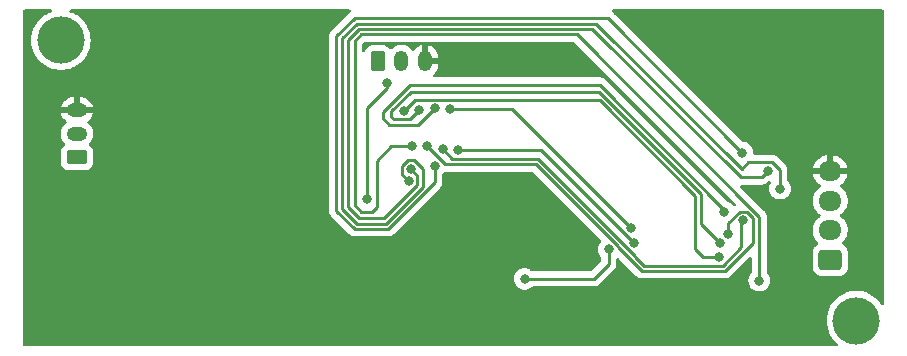
<source format=gbr>
%TF.GenerationSoftware,KiCad,Pcbnew,(6.0.7)*%
%TF.CreationDate,2023-02-23T17:40:15+01:00*%
%TF.ProjectId,freqcount,66726571-636f-4756-9e74-2e6b69636164,rev?*%
%TF.SameCoordinates,PX640f3c0PY67de938*%
%TF.FileFunction,Copper,L2,Bot*%
%TF.FilePolarity,Positive*%
%FSLAX46Y46*%
G04 Gerber Fmt 4.6, Leading zero omitted, Abs format (unit mm)*
G04 Created by KiCad (PCBNEW (6.0.7)) date 2023-02-23 17:40:15*
%MOMM*%
%LPD*%
G01*
G04 APERTURE LIST*
G04 Aperture macros list*
%AMRoundRect*
0 Rectangle with rounded corners*
0 $1 Rounding radius*
0 $2 $3 $4 $5 $6 $7 $8 $9 X,Y pos of 4 corners*
0 Add a 4 corners polygon primitive as box body*
4,1,4,$2,$3,$4,$5,$6,$7,$8,$9,$2,$3,0*
0 Add four circle primitives for the rounded corners*
1,1,$1+$1,$2,$3*
1,1,$1+$1,$4,$5*
1,1,$1+$1,$6,$7*
1,1,$1+$1,$8,$9*
0 Add four rect primitives between the rounded corners*
20,1,$1+$1,$2,$3,$4,$5,0*
20,1,$1+$1,$4,$5,$6,$7,0*
20,1,$1+$1,$6,$7,$8,$9,0*
20,1,$1+$1,$8,$9,$2,$3,0*%
G04 Aperture macros list end*
%TA.AperFunction,ComponentPad*%
%ADD10RoundRect,0.250000X0.725000X-0.600000X0.725000X0.600000X-0.725000X0.600000X-0.725000X-0.600000X0*%
%TD*%
%TA.AperFunction,ComponentPad*%
%ADD11O,1.950000X1.700000*%
%TD*%
%TA.AperFunction,ComponentPad*%
%ADD12RoundRect,0.250000X-0.350000X-0.625000X0.350000X-0.625000X0.350000X0.625000X-0.350000X0.625000X0*%
%TD*%
%TA.AperFunction,ComponentPad*%
%ADD13O,1.200000X1.750000*%
%TD*%
%TA.AperFunction,ComponentPad*%
%ADD14O,1.750000X1.200000*%
%TD*%
%TA.AperFunction,ComponentPad*%
%ADD15RoundRect,0.250000X0.625000X-0.350000X0.625000X0.350000X-0.625000X0.350000X-0.625000X-0.350000X0*%
%TD*%
%TA.AperFunction,ViaPad*%
%ADD16C,4.000000*%
%TD*%
%TA.AperFunction,ViaPad*%
%ADD17C,0.800000*%
%TD*%
%TA.AperFunction,Conductor*%
%ADD18C,0.250000*%
%TD*%
G04 APERTURE END LIST*
D10*
%TO.P,J3,1,Pin_1*%
%TO.N,+5V*%
X68840000Y7820000D03*
D11*
%TO.P,J3,2,Pin_2*%
%TO.N,Net-(U5-Pad30)*%
X68840000Y10320000D03*
%TO.P,J3,3,Pin_3*%
%TO.N,Net-(U5-Pad31)*%
X68840000Y12820000D03*
%TO.P,J3,4,Pin_4*%
%TO.N,GND*%
X68840000Y15320000D03*
%TD*%
D12*
%TO.P,J2,1,Pin_1*%
%TO.N,+5V*%
X30540000Y24630000D03*
D13*
%TO.P,J2,2,Pin_2*%
%TO.N,Net-(J2-Pad2)*%
X32540000Y24630000D03*
%TO.P,J2,3,Pin_3*%
%TO.N,GND*%
X34540000Y24630000D03*
%TD*%
D14*
%TO.P,J1,3,Pin_3*%
%TO.N,GND*%
X5070000Y20480000D03*
%TO.P,J1,2,Pin_2*%
%TO.N,Net-(J1-Pad2)*%
X5070000Y18480000D03*
D15*
%TO.P,J1,1,Pin_1*%
%TO.N,+5V*%
X5070000Y16480000D03*
%TD*%
D16*
%TO.N,*%
X3710000Y26390000D03*
X71060000Y2660000D03*
D17*
%TO.N,GND*%
X13790000Y15050000D03*
X59370000Y4730000D03*
X47120000Y10510000D03*
X38760000Y12970000D03*
X20750000Y8080000D03*
X27600000Y8290000D03*
X26950000Y4860000D03*
X19280000Y2420000D03*
X13000000Y10610000D03*
X12480000Y2510000D03*
X4990000Y2340000D03*
X5710000Y10920000D03*
%TO.N,Net-(U6-Pad17)*%
X59520000Y9210000D03*
%TO.N,Net-(U6-Pad16)*%
X60220000Y10030000D03*
%TO.N,Net-(U6-Pad15)*%
X59894500Y11840000D03*
%TO.N,Net-(U6-Pad14)*%
X61484101Y11154101D03*
%TO.N,Net-(U6-Pad12)*%
X52260000Y9230000D03*
%TO.N,Net-(U6-Pad13)*%
X52000000Y10460000D03*
%TO.N,GBL*%
X61410000Y16890000D03*
%TO.N,GAU*%
X63590000Y15360000D03*
%TO.N,GAL*%
X64595000Y13825000D03*
%TO.N,Net-(U6-Pad19)*%
X59450000Y8040000D03*
%TO.N,Net-(U6-Pad18)*%
X62830000Y6040000D03*
%TO.N,GAU*%
X33354282Y15458404D03*
%TO.N,GBL*%
X35385451Y15739951D03*
%TO.N,GAL*%
X33150000Y14480000D03*
%TO.N,Net-(U6-Pad12)*%
X37330000Y17080000D03*
%TO.N,Net-(U6-Pad13)*%
X36640000Y20580000D03*
%TO.N,Net-(U6-Pad14)*%
X36030000Y17160000D03*
%TO.N,Net-(U6-Pad15)*%
X35350000Y20630000D03*
%TO.N,Net-(U6-Pad16)*%
X34740000Y17410000D03*
%TO.N,Net-(U6-Pad17)*%
X34070000Y20510000D03*
%TO.N,Net-(U6-Pad18)*%
X33410000Y17410000D03*
%TO.N,Net-(U6-Pad19)*%
X32760000Y20420000D03*
%TO.N,Net-(U7-Pad2)*%
X50090000Y8700000D03*
X42970000Y6200000D03*
%TO.N,Net-(J2-Pad2)*%
X31350000Y22790000D03*
X29660000Y12990000D03*
%TD*%
D18*
%TO.N,Net-(U7-Pad2)*%
X48860000Y6200000D02*
X50090000Y7430000D01*
X50090000Y7430000D02*
X50090000Y8700000D01*
X42970000Y6200000D02*
X48860000Y6200000D01*
%TO.N,GBL*%
X28570812Y28260000D02*
X50040000Y28260000D01*
X28587208Y10420000D02*
X27040000Y11967208D01*
X31432792Y10420000D02*
X28587208Y10420000D01*
X50040000Y28260000D02*
X61410000Y16890000D01*
X35385451Y15739951D02*
X35385451Y14372659D01*
X35385451Y14372659D02*
X31432792Y10420000D01*
X27040000Y11967208D02*
X27040000Y26729188D01*
X27040000Y26729188D02*
X28570812Y28260000D01*
%TO.N,GAL*%
X64595000Y15380305D02*
X64595000Y13825000D01*
X61905000Y16085000D02*
X63890305Y16085000D01*
X61340000Y15520000D02*
X61905000Y16085000D01*
X49050000Y27810000D02*
X61340000Y15520000D01*
X28757208Y27810000D02*
X49050000Y27810000D01*
X27520000Y26572792D02*
X28757208Y27810000D01*
X27520000Y12123604D02*
X27520000Y26572792D01*
X28773604Y10870000D02*
X27520000Y12123604D01*
X31246396Y10870000D02*
X28773604Y10870000D01*
X34370000Y13993604D02*
X31246396Y10870000D01*
X63890305Y16085000D02*
X64595000Y15380305D01*
X34370000Y15467991D02*
X34370000Y13993604D01*
X33090573Y16220000D02*
X33617991Y16220000D01*
X32629282Y15758709D02*
X33090573Y16220000D01*
X33617991Y16220000D02*
X34370000Y15467991D01*
X32629282Y15000718D02*
X32629282Y15758709D01*
X33150000Y14480000D02*
X32629282Y15000718D01*
%TO.N,GAU*%
X61270000Y14800000D02*
X63030000Y14800000D01*
X48710000Y27360000D02*
X61270000Y14800000D01*
X28943604Y27360000D02*
X48710000Y27360000D01*
X63030000Y14800000D02*
X63590000Y15360000D01*
X28020000Y26436396D02*
X28943604Y27360000D01*
X28020000Y12260000D02*
X28020000Y26436396D01*
X31060000Y11320000D02*
X28960000Y11320000D01*
X28960000Y11320000D02*
X28020000Y12260000D01*
X33354282Y15458404D02*
X33875000Y14937686D01*
X33875000Y14937686D02*
X33875000Y14135000D01*
X33875000Y14135000D02*
X31060000Y11320000D01*
%TO.N,Net-(U6-Pad18)*%
X62830000Y11469903D02*
X62830000Y6040000D01*
X47389903Y26910000D02*
X62830000Y11469903D01*
X29130000Y26910000D02*
X47389903Y26910000D01*
X28580000Y26360000D02*
X29130000Y26910000D01*
X28580000Y12410000D02*
X28580000Y26360000D01*
X29160000Y11830000D02*
X28580000Y12410000D01*
X30050000Y11830000D02*
X29160000Y11830000D01*
X30460000Y12240000D02*
X30050000Y11830000D01*
X30460000Y16200000D02*
X30460000Y12240000D01*
X31670000Y17410000D02*
X30460000Y16200000D01*
X33410000Y17410000D02*
X31670000Y17410000D01*
%TO.N,Net-(U6-Pad16)*%
X36260000Y15890000D02*
X34740000Y17410000D01*
X43925305Y15890000D02*
X36260000Y15890000D01*
X50850000Y8965305D02*
X43925305Y15890000D01*
X50850000Y8900000D02*
X50850000Y8965305D01*
X59936701Y6865000D02*
X52885000Y6865000D01*
X62280000Y9208299D02*
X59936701Y6865000D01*
X61784406Y11879101D02*
X62280000Y11383507D01*
X60220000Y10915305D02*
X61183796Y11879101D01*
X62280000Y11383507D02*
X62280000Y9208299D01*
X52885000Y6865000D02*
X50850000Y8900000D01*
X61183796Y11879101D02*
X61784406Y11879101D01*
X60220000Y10030000D02*
X60220000Y10915305D01*
%TO.N,Net-(U6-Pad14)*%
X36850000Y16340000D02*
X36030000Y17160000D01*
X44124695Y16340000D02*
X36850000Y16340000D01*
X52310000Y8080000D02*
X52310000Y8154695D01*
X53075000Y7315000D02*
X52310000Y8080000D01*
X59750305Y7315000D02*
X53075000Y7315000D01*
X61300000Y8864695D02*
X59750305Y7315000D01*
X61484101Y11154101D02*
X61300000Y10970000D01*
X52310000Y8154695D02*
X44124695Y16340000D01*
X61300000Y10970000D02*
X61300000Y8864695D01*
%TO.N,Net-(U6-Pad15)*%
X33965000Y19245000D02*
X35350000Y20630000D01*
X31515000Y19245000D02*
X33965000Y19245000D01*
X30960000Y19800000D02*
X31515000Y19245000D01*
X30960000Y20281701D02*
X30960000Y19800000D01*
X59894500Y12058292D02*
X49332792Y22620000D01*
X49332792Y22620000D02*
X33298299Y22620000D01*
X59894500Y11840000D02*
X59894500Y12058292D01*
X33298299Y22620000D02*
X30960000Y20281701D01*
%TO.N,Net-(U6-Pad12)*%
X44354695Y17080000D02*
X37330000Y17080000D01*
X52260000Y9230000D02*
X52204695Y9230000D01*
X52204695Y9230000D02*
X44354695Y17080000D01*
%TO.N,Net-(J2-Pad2)*%
X29660000Y20630000D02*
X29660000Y12990000D01*
X31350000Y22320000D02*
X29660000Y20630000D01*
X31350000Y22790000D02*
X31350000Y22320000D01*
%TO.N,Net-(U6-Pad13)*%
X41880000Y20580000D02*
X52000000Y10460000D01*
X36640000Y20580000D02*
X41880000Y20580000D01*
%TO.N,Net-(U6-Pad17)*%
X57930000Y10800000D02*
X59520000Y9210000D01*
X57930000Y13386396D02*
X57930000Y10800000D01*
X33364695Y22050000D02*
X49266396Y22050000D01*
X31690000Y20375305D02*
X33364695Y22050000D01*
X49266396Y22050000D02*
X57930000Y13386396D01*
X31690000Y19900000D02*
X31690000Y20375305D01*
X31895000Y19695000D02*
X31690000Y19900000D01*
X33255000Y19695000D02*
X31895000Y19695000D01*
X34070000Y20510000D02*
X33255000Y19695000D01*
%TO.N,Net-(U6-Pad19)*%
X58110000Y8040000D02*
X59450000Y8040000D01*
X57440000Y13240000D02*
X57440000Y8710000D01*
X49325000Y21355000D02*
X57440000Y13240000D01*
X33695000Y21355000D02*
X49325000Y21355000D01*
X57440000Y8710000D02*
X58110000Y8040000D01*
X32760000Y20420000D02*
X33695000Y21355000D01*
%TD*%
%TA.AperFunction,Conductor*%
%TO.N,GND*%
G36*
X2924487Y28991498D02*
G01*
X2970980Y28937842D01*
X2981084Y28867568D01*
X2951590Y28802988D01*
X2902751Y28768348D01*
X2821389Y28736135D01*
X2643495Y28665702D01*
X2643490Y28665700D01*
X2639821Y28664247D01*
X2636353Y28662341D01*
X2636352Y28662340D01*
X2629364Y28658498D01*
X2363221Y28512184D01*
X2107860Y28326654D01*
X1877767Y28110582D01*
X1676568Y27867375D01*
X1507438Y27600869D01*
X1505754Y27597290D01*
X1505750Y27597283D01*
X1374733Y27318856D01*
X1373044Y27315266D01*
X1275505Y27015072D01*
X1216359Y26705020D01*
X1196540Y26390000D01*
X1216359Y26074980D01*
X1275505Y25764928D01*
X1276732Y25761152D01*
X1334303Y25583968D01*
X1373044Y25464734D01*
X1374731Y25461148D01*
X1374733Y25461144D01*
X1505750Y25182717D01*
X1505754Y25182710D01*
X1507438Y25179131D01*
X1676568Y24912625D01*
X1877767Y24669418D01*
X2107860Y24453346D01*
X2363221Y24267816D01*
X2366690Y24265909D01*
X2366693Y24265907D01*
X2636352Y24117660D01*
X2639821Y24115753D01*
X2643490Y24114300D01*
X2643495Y24114298D01*
X2929628Y24001010D01*
X2933298Y23999557D01*
X3239025Y23921060D01*
X3552179Y23881500D01*
X3867821Y23881500D01*
X4180975Y23921060D01*
X4486702Y23999557D01*
X4490372Y24001010D01*
X4776505Y24114298D01*
X4776510Y24114300D01*
X4780179Y24115753D01*
X4783648Y24117660D01*
X5053307Y24265907D01*
X5053310Y24265909D01*
X5056779Y24267816D01*
X5312140Y24453346D01*
X5542233Y24669418D01*
X5743432Y24912625D01*
X5912562Y25179131D01*
X5914246Y25182710D01*
X5914250Y25182717D01*
X6045267Y25461144D01*
X6045269Y25461148D01*
X6046956Y25464734D01*
X6085698Y25583968D01*
X6143268Y25761152D01*
X6144495Y25764928D01*
X6203641Y26074980D01*
X6223460Y26390000D01*
X6203641Y26705020D01*
X6144495Y27015072D01*
X6046956Y27315266D01*
X6045267Y27318856D01*
X5914250Y27597283D01*
X5914246Y27597290D01*
X5912562Y27600869D01*
X5743432Y27867375D01*
X5542233Y28110582D01*
X5312140Y28326654D01*
X5056779Y28512184D01*
X4790637Y28658498D01*
X4783648Y28662340D01*
X4783647Y28662341D01*
X4780179Y28664247D01*
X4776510Y28665700D01*
X4776505Y28665702D01*
X4598611Y28736135D01*
X4517250Y28768348D01*
X4461276Y28812023D01*
X4437800Y28879025D01*
X4454276Y28948084D01*
X4505471Y28997273D01*
X4563634Y29011500D01*
X28136455Y29011500D01*
X28204576Y28991498D01*
X28251069Y28937842D01*
X28261173Y28867568D01*
X28231679Y28802988D01*
X28200597Y28777048D01*
X28179450Y28764542D01*
X28165129Y28750221D01*
X28150096Y28737381D01*
X28133705Y28725472D01*
X28125029Y28714984D01*
X28105514Y28691395D01*
X28097524Y28682616D01*
X26647747Y27232840D01*
X26639461Y27225300D01*
X26632982Y27221188D01*
X26627557Y27215411D01*
X26586357Y27171537D01*
X26583602Y27168695D01*
X26563865Y27148958D01*
X26561385Y27145761D01*
X26553682Y27136741D01*
X26523414Y27104509D01*
X26519595Y27097563D01*
X26519593Y27097560D01*
X26513652Y27086754D01*
X26502801Y27070235D01*
X26490386Y27054229D01*
X26487241Y27046960D01*
X26487238Y27046956D01*
X26472826Y27013651D01*
X26467609Y27003001D01*
X26446305Y26964248D01*
X26444334Y26956573D01*
X26444334Y26956572D01*
X26441267Y26944626D01*
X26434863Y26925922D01*
X26426819Y26907333D01*
X26425580Y26899510D01*
X26425577Y26899500D01*
X26419901Y26863664D01*
X26417495Y26852044D01*
X26406500Y26809218D01*
X26406500Y26788964D01*
X26404949Y26769254D01*
X26401780Y26749245D01*
X26402526Y26741353D01*
X26405941Y26705227D01*
X26406500Y26693369D01*
X26406500Y12045975D01*
X26405973Y12034792D01*
X26404298Y12027299D01*
X26404547Y12019373D01*
X26404547Y12019372D01*
X26406438Y11959222D01*
X26406500Y11955263D01*
X26406500Y11927352D01*
X26406997Y11923418D01*
X26406997Y11923417D01*
X26407005Y11923352D01*
X26407938Y11911515D01*
X26409327Y11867319D01*
X26413069Y11854440D01*
X26414978Y11847869D01*
X26418987Y11828508D01*
X26421526Y11808411D01*
X26424445Y11801040D01*
X26424445Y11801038D01*
X26437804Y11767296D01*
X26441649Y11756066D01*
X26453982Y11713615D01*
X26458015Y11706796D01*
X26458017Y11706791D01*
X26464293Y11696180D01*
X26472988Y11678432D01*
X26480448Y11659591D01*
X26485110Y11653175D01*
X26485110Y11653174D01*
X26506436Y11623821D01*
X26512952Y11613901D01*
X26521901Y11598770D01*
X26535458Y11575846D01*
X26549779Y11561525D01*
X26562619Y11546492D01*
X26574528Y11530101D01*
X26597240Y11511312D01*
X26608605Y11501910D01*
X26617384Y11493920D01*
X28083551Y10027753D01*
X28091095Y10019463D01*
X28095208Y10012982D01*
X28100985Y10007557D01*
X28144875Y9966342D01*
X28147717Y9963587D01*
X28167439Y9943865D01*
X28170563Y9941442D01*
X28170567Y9941438D01*
X28170632Y9941388D01*
X28179653Y9933683D01*
X28211887Y9903414D01*
X28218835Y9899595D01*
X28218837Y9899593D01*
X28229640Y9893654D01*
X28246167Y9882798D01*
X28255906Y9875243D01*
X28255908Y9875242D01*
X28262168Y9870386D01*
X28302748Y9852826D01*
X28313396Y9847609D01*
X28338184Y9833982D01*
X28352148Y9826305D01*
X28359824Y9824334D01*
X28359827Y9824333D01*
X28371770Y9821267D01*
X28390475Y9814863D01*
X28409063Y9806819D01*
X28416886Y9805580D01*
X28416896Y9805577D01*
X28452732Y9799901D01*
X28464352Y9797495D01*
X28496167Y9789327D01*
X28507178Y9786500D01*
X28527432Y9786500D01*
X28547142Y9784949D01*
X28567151Y9781780D01*
X28575043Y9782526D01*
X28593788Y9784298D01*
X28611170Y9785941D01*
X28623027Y9786500D01*
X31354025Y9786500D01*
X31365208Y9785973D01*
X31372701Y9784298D01*
X31380627Y9784547D01*
X31380628Y9784547D01*
X31440778Y9786438D01*
X31444737Y9786500D01*
X31472648Y9786500D01*
X31476583Y9786997D01*
X31476648Y9787005D01*
X31488485Y9787938D01*
X31520743Y9788952D01*
X31524762Y9789078D01*
X31532681Y9789327D01*
X31552135Y9794979D01*
X31571492Y9798987D01*
X31583722Y9800532D01*
X31583723Y9800532D01*
X31591589Y9801526D01*
X31598960Y9804445D01*
X31598962Y9804445D01*
X31632704Y9817804D01*
X31643934Y9821649D01*
X31678775Y9831771D01*
X31678776Y9831771D01*
X31686385Y9833982D01*
X31693204Y9838015D01*
X31693209Y9838017D01*
X31703820Y9844293D01*
X31721568Y9852988D01*
X31740409Y9860448D01*
X31776179Y9886436D01*
X31786099Y9892952D01*
X31817327Y9911420D01*
X31817330Y9911422D01*
X31824154Y9915458D01*
X31838475Y9929779D01*
X31853509Y9942620D01*
X31855223Y9943865D01*
X31869899Y9954528D01*
X31898090Y9988605D01*
X31906080Y9997384D01*
X35777704Y13869007D01*
X35785990Y13876547D01*
X35792469Y13880659D01*
X35839095Y13930311D01*
X35841849Y13933152D01*
X35861586Y13952889D01*
X35864066Y13956086D01*
X35871771Y13965108D01*
X35896610Y13991559D01*
X35902037Y13997338D01*
X35905856Y14004284D01*
X35905858Y14004287D01*
X35911799Y14015093D01*
X35922650Y14031612D01*
X35930209Y14041358D01*
X35935065Y14047618D01*
X35938210Y14054887D01*
X35938213Y14054891D01*
X35952625Y14088196D01*
X35957842Y14098846D01*
X35979146Y14137599D01*
X35984184Y14157222D01*
X35990588Y14175925D01*
X35995484Y14187239D01*
X35995484Y14187240D01*
X35998632Y14194514D01*
X35999871Y14202337D01*
X35999874Y14202347D01*
X36005550Y14238183D01*
X36007956Y14249803D01*
X36016979Y14284948D01*
X36016979Y14284949D01*
X36018951Y14292629D01*
X36018951Y14312883D01*
X36020502Y14332594D01*
X36022431Y14344773D01*
X36023671Y14352602D01*
X36019510Y14396621D01*
X36018951Y14408478D01*
X36018951Y15037427D01*
X36038953Y15105548D01*
X36051309Y15121730D01*
X36124491Y15203007D01*
X36124491Y15203008D01*
X36124556Y15202949D01*
X36178593Y15244618D01*
X36228265Y15253141D01*
X36232114Y15253020D01*
X36239943Y15251780D01*
X36247835Y15252526D01*
X36283961Y15255941D01*
X36295819Y15256500D01*
X43610711Y15256500D01*
X43678832Y15236498D01*
X43699806Y15219595D01*
X49423474Y9495927D01*
X49457500Y9433615D01*
X49452435Y9362800D01*
X49428017Y9322525D01*
X49350960Y9236944D01*
X49307606Y9161852D01*
X49277138Y9109080D01*
X49255473Y9071556D01*
X49196458Y8889928D01*
X49195768Y8883367D01*
X49195768Y8883365D01*
X49193149Y8858444D01*
X49176496Y8700000D01*
X49196458Y8510072D01*
X49255473Y8328444D01*
X49258776Y8322722D01*
X49258777Y8322721D01*
X49264374Y8313027D01*
X49350960Y8163056D01*
X49424137Y8081785D01*
X49454853Y8017779D01*
X49456500Y7997476D01*
X49456500Y7744595D01*
X49436498Y7676474D01*
X49419595Y7655499D01*
X48634499Y6870404D01*
X48572187Y6836379D01*
X48545404Y6833500D01*
X43678200Y6833500D01*
X43610079Y6853502D01*
X43590853Y6869843D01*
X43590580Y6869540D01*
X43585668Y6873963D01*
X43581253Y6878866D01*
X43548033Y6903002D01*
X43432094Y6987237D01*
X43432093Y6987238D01*
X43426752Y6991118D01*
X43420724Y6993802D01*
X43420722Y6993803D01*
X43258319Y7066109D01*
X43258318Y7066109D01*
X43252288Y7068794D01*
X43157420Y7088959D01*
X43071944Y7107128D01*
X43071939Y7107128D01*
X43065487Y7108500D01*
X42874513Y7108500D01*
X42868061Y7107128D01*
X42868056Y7107128D01*
X42782580Y7088959D01*
X42687712Y7068794D01*
X42681682Y7066109D01*
X42681681Y7066109D01*
X42519278Y6993803D01*
X42519276Y6993802D01*
X42513248Y6991118D01*
X42358747Y6878866D01*
X42354326Y6873956D01*
X42354325Y6873955D01*
X42239742Y6746697D01*
X42230960Y6736944D01*
X42194852Y6674403D01*
X42141415Y6581847D01*
X42135473Y6571556D01*
X42076458Y6389928D01*
X42075768Y6383367D01*
X42075768Y6383365D01*
X42059601Y6229547D01*
X42056496Y6200000D01*
X42076458Y6010072D01*
X42135473Y5828444D01*
X42230960Y5663056D01*
X42235378Y5658149D01*
X42235379Y5658148D01*
X42317452Y5566997D01*
X42358747Y5521134D01*
X42513248Y5408882D01*
X42519276Y5406198D01*
X42519278Y5406197D01*
X42681681Y5333891D01*
X42687712Y5331206D01*
X42781112Y5311353D01*
X42868056Y5292872D01*
X42868061Y5292872D01*
X42874513Y5291500D01*
X43065487Y5291500D01*
X43071939Y5292872D01*
X43071944Y5292872D01*
X43158888Y5311353D01*
X43252288Y5331206D01*
X43258319Y5333891D01*
X43420722Y5406197D01*
X43420724Y5406198D01*
X43426752Y5408882D01*
X43581253Y5521134D01*
X43585668Y5526037D01*
X43590580Y5530460D01*
X43591705Y5529211D01*
X43645014Y5562051D01*
X43678200Y5566500D01*
X48781233Y5566500D01*
X48792416Y5565973D01*
X48799909Y5564298D01*
X48807835Y5564547D01*
X48807836Y5564547D01*
X48867986Y5566438D01*
X48871945Y5566500D01*
X48899856Y5566500D01*
X48903791Y5566997D01*
X48903856Y5567005D01*
X48915693Y5567938D01*
X48947951Y5568952D01*
X48951970Y5569078D01*
X48959889Y5569327D01*
X48979343Y5574979D01*
X48998700Y5578987D01*
X49010930Y5580532D01*
X49010931Y5580532D01*
X49018797Y5581526D01*
X49026168Y5584445D01*
X49026170Y5584445D01*
X49059912Y5597804D01*
X49071142Y5601649D01*
X49105983Y5611771D01*
X49105984Y5611771D01*
X49113593Y5613982D01*
X49120412Y5618015D01*
X49120417Y5618017D01*
X49131028Y5624293D01*
X49148776Y5632988D01*
X49167617Y5640448D01*
X49203387Y5666436D01*
X49213307Y5672952D01*
X49244535Y5691420D01*
X49244538Y5691422D01*
X49251362Y5695458D01*
X49265683Y5709779D01*
X49280717Y5722620D01*
X49290694Y5729869D01*
X49297107Y5734528D01*
X49325298Y5768605D01*
X49333288Y5777384D01*
X50482247Y6926343D01*
X50490537Y6933887D01*
X50497018Y6938000D01*
X50543659Y6987668D01*
X50546413Y6990509D01*
X50566135Y7010231D01*
X50568612Y7013424D01*
X50576317Y7022445D01*
X50601159Y7048900D01*
X50606586Y7054679D01*
X50611619Y7063834D01*
X50616346Y7072432D01*
X50627202Y7088959D01*
X50634757Y7098698D01*
X50634758Y7098700D01*
X50639614Y7104960D01*
X50657174Y7145540D01*
X50662391Y7156188D01*
X50679875Y7187991D01*
X50679876Y7187993D01*
X50683695Y7194940D01*
X50688733Y7214563D01*
X50695137Y7233266D01*
X50700033Y7244580D01*
X50700033Y7244581D01*
X50703181Y7251855D01*
X50704420Y7259678D01*
X50704423Y7259688D01*
X50710099Y7295524D01*
X50712505Y7307144D01*
X50721528Y7342289D01*
X50721528Y7342290D01*
X50723500Y7349970D01*
X50723500Y7370224D01*
X50725051Y7389935D01*
X50726980Y7402114D01*
X50728220Y7409943D01*
X50724059Y7453962D01*
X50723500Y7465819D01*
X50723500Y7826406D01*
X50743502Y7894527D01*
X50797158Y7941020D01*
X50867432Y7951124D01*
X50932012Y7921630D01*
X50938595Y7915501D01*
X52381343Y6472753D01*
X52388887Y6464463D01*
X52393000Y6457982D01*
X52398777Y6452557D01*
X52442667Y6411342D01*
X52445509Y6408587D01*
X52465231Y6388865D01*
X52468355Y6386442D01*
X52468359Y6386438D01*
X52468424Y6386388D01*
X52477445Y6378683D01*
X52509679Y6348414D01*
X52516627Y6344595D01*
X52516629Y6344593D01*
X52527432Y6338654D01*
X52543959Y6327798D01*
X52553698Y6320243D01*
X52553700Y6320242D01*
X52559960Y6315386D01*
X52600540Y6297826D01*
X52611188Y6292609D01*
X52635976Y6278982D01*
X52649940Y6271305D01*
X52657616Y6269334D01*
X52657619Y6269333D01*
X52669562Y6266267D01*
X52688267Y6259863D01*
X52706855Y6251819D01*
X52714678Y6250580D01*
X52714688Y6250577D01*
X52750524Y6244901D01*
X52762144Y6242495D01*
X52793959Y6234327D01*
X52804970Y6231500D01*
X52825224Y6231500D01*
X52844934Y6229949D01*
X52864943Y6226780D01*
X52872835Y6227526D01*
X52891580Y6229298D01*
X52908962Y6230941D01*
X52920819Y6231500D01*
X59857934Y6231500D01*
X59869117Y6230973D01*
X59876610Y6229298D01*
X59884536Y6229547D01*
X59884537Y6229547D01*
X59944687Y6231438D01*
X59948646Y6231500D01*
X59976557Y6231500D01*
X59980492Y6231997D01*
X59980557Y6232005D01*
X59992394Y6232938D01*
X60024652Y6233952D01*
X60028671Y6234078D01*
X60036590Y6234327D01*
X60056044Y6239979D01*
X60075401Y6243987D01*
X60087631Y6245532D01*
X60087632Y6245532D01*
X60095498Y6246526D01*
X60102869Y6249445D01*
X60102871Y6249445D01*
X60136613Y6262804D01*
X60147843Y6266649D01*
X60182684Y6276771D01*
X60182685Y6276771D01*
X60190294Y6278982D01*
X60197113Y6283015D01*
X60197118Y6283017D01*
X60207729Y6289293D01*
X60225477Y6297988D01*
X60244318Y6305448D01*
X60280088Y6331436D01*
X60290008Y6337952D01*
X60321236Y6356420D01*
X60321239Y6356422D01*
X60328063Y6360458D01*
X60342384Y6374779D01*
X60357418Y6387620D01*
X60360595Y6389928D01*
X60373808Y6399528D01*
X60401999Y6433605D01*
X60409989Y6442384D01*
X61981405Y8013800D01*
X62043717Y8047826D01*
X62114532Y8042761D01*
X62171368Y8000214D01*
X62196179Y7933694D01*
X62196500Y7924705D01*
X62196500Y6742524D01*
X62176498Y6674403D01*
X62164142Y6658221D01*
X62090960Y6576944D01*
X62032686Y6476010D01*
X62013272Y6442384D01*
X61995473Y6411556D01*
X61936458Y6229928D01*
X61916496Y6040000D01*
X61917186Y6033435D01*
X61919642Y6010072D01*
X61936458Y5850072D01*
X61995473Y5668444D01*
X61998776Y5662722D01*
X61998777Y5662721D01*
X62013321Y5637531D01*
X62090960Y5503056D01*
X62095378Y5498149D01*
X62095379Y5498148D01*
X62178172Y5406197D01*
X62218747Y5361134D01*
X62373248Y5248882D01*
X62379276Y5246198D01*
X62379278Y5246197D01*
X62541681Y5173891D01*
X62547712Y5171206D01*
X62641113Y5151353D01*
X62728056Y5132872D01*
X62728061Y5132872D01*
X62734513Y5131500D01*
X62925487Y5131500D01*
X62931939Y5132872D01*
X62931944Y5132872D01*
X63018888Y5151353D01*
X63112288Y5171206D01*
X63118319Y5173891D01*
X63280722Y5246197D01*
X63280724Y5246198D01*
X63286752Y5248882D01*
X63441253Y5361134D01*
X63481828Y5406197D01*
X63564621Y5498148D01*
X63564622Y5498149D01*
X63569040Y5503056D01*
X63646679Y5637531D01*
X63661223Y5662721D01*
X63661224Y5662722D01*
X63664527Y5668444D01*
X63723542Y5850072D01*
X63740359Y6010072D01*
X63742814Y6033435D01*
X63743504Y6040000D01*
X63723542Y6229928D01*
X63664527Y6411556D01*
X63646729Y6442384D01*
X63627314Y6476010D01*
X63569040Y6576944D01*
X63495863Y6658215D01*
X63465147Y6722221D01*
X63463500Y6742524D01*
X63463500Y10384226D01*
X67353102Y10384226D01*
X67361751Y10153842D01*
X67409093Y9928209D01*
X67411051Y9923250D01*
X67411052Y9923248D01*
X67465927Y9784298D01*
X67493776Y9713779D01*
X67496543Y9709220D01*
X67496544Y9709217D01*
X67574273Y9581124D01*
X67613377Y9516683D01*
X67616874Y9512653D01*
X67710406Y9404867D01*
X67764477Y9342555D01*
X67800120Y9313330D01*
X67840114Y9254671D01*
X67842046Y9183701D01*
X67805302Y9122952D01*
X67786532Y9108752D01*
X67716268Y9065271D01*
X67640652Y9018478D01*
X67515695Y8893303D01*
X67511855Y8887073D01*
X67511854Y8887072D01*
X67439746Y8770091D01*
X67422885Y8742738D01*
X67408710Y8700000D01*
X67372444Y8590661D01*
X67367203Y8574861D01*
X67366503Y8568025D01*
X67366502Y8568022D01*
X67362091Y8524969D01*
X67356500Y8470400D01*
X67356500Y7169600D01*
X67356837Y7166354D01*
X67356837Y7166350D01*
X67366582Y7072432D01*
X67367474Y7063834D01*
X67369655Y7057298D01*
X67369655Y7057296D01*
X67390838Y6993803D01*
X67423450Y6896054D01*
X67516522Y6745652D01*
X67641697Y6620695D01*
X67647927Y6616855D01*
X67647928Y6616854D01*
X67785090Y6532306D01*
X67792262Y6527885D01*
X67872005Y6501436D01*
X67953611Y6474368D01*
X67953613Y6474368D01*
X67960139Y6472203D01*
X67966975Y6471503D01*
X67966978Y6471502D01*
X68010031Y6467091D01*
X68064600Y6461500D01*
X69615400Y6461500D01*
X69618646Y6461837D01*
X69618650Y6461837D01*
X69714308Y6471762D01*
X69714312Y6471763D01*
X69721166Y6472474D01*
X69727702Y6474655D01*
X69727704Y6474655D01*
X69859806Y6518728D01*
X69888946Y6528450D01*
X70039348Y6621522D01*
X70164305Y6746697D01*
X70168146Y6752928D01*
X70253275Y6891032D01*
X70253276Y6891034D01*
X70257115Y6897262D01*
X70287101Y6987667D01*
X70310632Y7058611D01*
X70310632Y7058613D01*
X70312797Y7065139D01*
X70313545Y7072432D01*
X70323172Y7166402D01*
X70323500Y7169600D01*
X70323500Y8470400D01*
X70323163Y8473650D01*
X70313238Y8569308D01*
X70313237Y8569312D01*
X70312526Y8576166D01*
X70277908Y8679930D01*
X70258868Y8736998D01*
X70256550Y8743946D01*
X70163478Y8894348D01*
X70038303Y9019305D01*
X70029720Y9024596D01*
X69993966Y9046635D01*
X69892660Y9109081D01*
X69845168Y9161852D01*
X69833744Y9231924D01*
X69862018Y9297048D01*
X69871805Y9307510D01*
X69946605Y9378866D01*
X69986135Y9416576D01*
X70123754Y9601542D01*
X70228240Y9807051D01*
X70232655Y9821267D01*
X70295024Y10022129D01*
X70296607Y10027227D01*
X70298433Y10041006D01*
X70326198Y10250489D01*
X70326198Y10250494D01*
X70326898Y10255774D01*
X70318249Y10486158D01*
X70270907Y10711791D01*
X70262719Y10732524D01*
X70188185Y10921256D01*
X70188184Y10921258D01*
X70186224Y10926221D01*
X70162594Y10965163D01*
X70069390Y11118757D01*
X70066623Y11123317D01*
X69979755Y11223424D01*
X69919023Y11293412D01*
X69919021Y11293414D01*
X69915523Y11297445D01*
X69830539Y11367128D01*
X69741373Y11440240D01*
X69741367Y11440244D01*
X69737245Y11443624D01*
X69705750Y11461552D01*
X69656445Y11512632D01*
X69642583Y11582262D01*
X69668566Y11648333D01*
X69697716Y11675573D01*
X69765525Y11721225D01*
X69819319Y11757441D01*
X69823865Y11761777D01*
X69934034Y11866874D01*
X69986135Y11916576D01*
X70123754Y12101542D01*
X70228240Y12307051D01*
X70264321Y12423248D01*
X70295024Y12522129D01*
X70296607Y12527227D01*
X70309862Y12627237D01*
X70326198Y12750489D01*
X70326198Y12750494D01*
X70326898Y12755774D01*
X70318249Y12986158D01*
X70270907Y13211791D01*
X70242727Y13283148D01*
X70188185Y13421256D01*
X70188184Y13421258D01*
X70186224Y13426221D01*
X70173178Y13447721D01*
X70069390Y13618757D01*
X70066623Y13623317D01*
X69979755Y13723424D01*
X69919023Y13793412D01*
X69919021Y13793414D01*
X69915523Y13797445D01*
X69818504Y13876996D01*
X69741373Y13940240D01*
X69741367Y13940244D01*
X69737245Y13943624D01*
X69720969Y13952889D01*
X69705265Y13961829D01*
X69655959Y14012912D01*
X69642098Y14082542D01*
X69668082Y14148613D01*
X69697232Y14175851D01*
X69814578Y14254852D01*
X69822870Y14261519D01*
X69981900Y14413228D01*
X69988941Y14421186D01*
X70120141Y14597525D01*
X70125745Y14606562D01*
X70225357Y14802484D01*
X70229357Y14812335D01*
X70294534Y15022240D01*
X70296817Y15032624D01*
X70298861Y15048043D01*
X70296665Y15062207D01*
X70283478Y15066000D01*
X67398808Y15066000D01*
X67385277Y15062027D01*
X67383752Y15051420D01*
X67408477Y14933579D01*
X67411537Y14923383D01*
X67492263Y14718971D01*
X67496994Y14709439D01*
X67611016Y14521538D01*
X67617280Y14512948D01*
X67761327Y14346948D01*
X67768958Y14339528D01*
X67938911Y14200174D01*
X67947674Y14194152D01*
X67974711Y14178762D01*
X68024018Y14127680D01*
X68037880Y14058049D01*
X68011897Y13991978D01*
X67982747Y13964739D01*
X67946358Y13940240D01*
X67860681Y13882559D01*
X67693865Y13723424D01*
X67556246Y13538458D01*
X67451760Y13332949D01*
X67450178Y13327855D01*
X67450177Y13327852D01*
X67395277Y13151045D01*
X67383393Y13112773D01*
X67382692Y13107484D01*
X67357380Y12916500D01*
X67353102Y12884226D01*
X67361751Y12653842D01*
X67409093Y12428209D01*
X67411051Y12423250D01*
X67411052Y12423248D01*
X67465878Y12284422D01*
X67493776Y12213779D01*
X67613377Y12016683D01*
X67616874Y12012653D01*
X67759866Y11847869D01*
X67764477Y11842555D01*
X67768608Y11839168D01*
X67938627Y11699760D01*
X67938633Y11699756D01*
X67942755Y11696376D01*
X67974250Y11678448D01*
X68023555Y11627368D01*
X68037417Y11557738D01*
X68011434Y11491667D01*
X67982284Y11464427D01*
X67860681Y11382559D01*
X67693865Y11223424D01*
X67556246Y11038458D01*
X67553830Y11033707D01*
X67553828Y11033703D01*
X67535139Y10996944D01*
X67451760Y10832949D01*
X67450178Y10827855D01*
X67450177Y10827852D01*
X67405559Y10684158D01*
X67383393Y10612773D01*
X67382692Y10607484D01*
X67354215Y10392620D01*
X67353102Y10384226D01*
X63463500Y10384226D01*
X63463500Y11391135D01*
X63464027Y11402318D01*
X63465702Y11409811D01*
X63463986Y11464427D01*
X63463562Y11477901D01*
X63463500Y11481859D01*
X63463500Y11509759D01*
X63462996Y11513750D01*
X63462063Y11525592D01*
X63461922Y11530101D01*
X63460674Y11569792D01*
X63455021Y11589251D01*
X63451012Y11608610D01*
X63450846Y11609920D01*
X63448474Y11628700D01*
X63445558Y11636066D01*
X63445556Y11636072D01*
X63432200Y11669805D01*
X63428355Y11681035D01*
X63418230Y11715886D01*
X63418230Y11715887D01*
X63416019Y11723496D01*
X63405705Y11740937D01*
X63397008Y11758690D01*
X63392472Y11770145D01*
X63389552Y11777520D01*
X63363563Y11813291D01*
X63357047Y11823211D01*
X63334542Y11861265D01*
X63320221Y11875586D01*
X63307380Y11890620D01*
X63300131Y11900597D01*
X63295472Y11907010D01*
X63261395Y11935201D01*
X63252616Y11943191D01*
X61244402Y13951405D01*
X61210376Y14013717D01*
X61215441Y14084532D01*
X61257988Y14141368D01*
X61324508Y14166179D01*
X61333497Y14166500D01*
X62951233Y14166500D01*
X62962416Y14165973D01*
X62969909Y14164298D01*
X62977835Y14164547D01*
X62977836Y14164547D01*
X63037986Y14166438D01*
X63041945Y14166500D01*
X63069856Y14166500D01*
X63073791Y14166997D01*
X63073856Y14167005D01*
X63085693Y14167938D01*
X63117951Y14168952D01*
X63121970Y14169078D01*
X63129889Y14169327D01*
X63149343Y14174979D01*
X63168700Y14178987D01*
X63180930Y14180532D01*
X63180931Y14180532D01*
X63188797Y14181526D01*
X63196168Y14184445D01*
X63196170Y14184445D01*
X63229912Y14197804D01*
X63241142Y14201649D01*
X63275983Y14211771D01*
X63275984Y14211771D01*
X63283593Y14213982D01*
X63290412Y14218015D01*
X63290417Y14218017D01*
X63301028Y14224293D01*
X63318776Y14232988D01*
X63337617Y14240448D01*
X63373387Y14266436D01*
X63383307Y14272952D01*
X63414535Y14291420D01*
X63414538Y14291422D01*
X63421362Y14295458D01*
X63435683Y14309779D01*
X63450717Y14322620D01*
X63460694Y14329869D01*
X63467107Y14334528D01*
X63495298Y14368605D01*
X63503288Y14377384D01*
X63540499Y14414595D01*
X63602811Y14448621D01*
X63629594Y14451500D01*
X63685487Y14451500D01*
X63685487Y14449608D01*
X63746344Y14438481D01*
X63798193Y14389982D01*
X63815590Y14321150D01*
X63798800Y14262941D01*
X63763816Y14202347D01*
X63760473Y14196556D01*
X63701458Y14014928D01*
X63700768Y14008367D01*
X63700768Y14008365D01*
X63693964Y13943624D01*
X63681496Y13825000D01*
X63682186Y13818435D01*
X63698780Y13660555D01*
X63701458Y13635072D01*
X63760473Y13453444D01*
X63855960Y13288056D01*
X63983747Y13146134D01*
X64138248Y13033882D01*
X64144276Y13031198D01*
X64144278Y13031197D01*
X64233716Y12991377D01*
X64312712Y12956206D01*
X64406112Y12936353D01*
X64493056Y12917872D01*
X64493061Y12917872D01*
X64499513Y12916500D01*
X64690487Y12916500D01*
X64696939Y12917872D01*
X64696944Y12917872D01*
X64783888Y12936353D01*
X64877288Y12956206D01*
X64956284Y12991377D01*
X65045722Y13031197D01*
X65045724Y13031198D01*
X65051752Y13033882D01*
X65206253Y13146134D01*
X65334040Y13288056D01*
X65429527Y13453444D01*
X65488542Y13635072D01*
X65491221Y13660555D01*
X65507814Y13818435D01*
X65508504Y13825000D01*
X65496036Y13943624D01*
X65489232Y14008365D01*
X65489232Y14008367D01*
X65488542Y14014928D01*
X65429527Y14196556D01*
X65423899Y14206305D01*
X65369186Y14301069D01*
X65334040Y14361944D01*
X65260863Y14443215D01*
X65230147Y14507221D01*
X65228500Y14527524D01*
X65228500Y15301538D01*
X65229027Y15312721D01*
X65230702Y15320214D01*
X65228562Y15388291D01*
X65228500Y15392250D01*
X65228500Y15420161D01*
X65227995Y15424161D01*
X65227062Y15436004D01*
X65225922Y15472276D01*
X65225673Y15480195D01*
X65220022Y15499647D01*
X65216014Y15518999D01*
X65214467Y15531242D01*
X65213474Y15539102D01*
X65210556Y15546473D01*
X65197200Y15580208D01*
X65193355Y15591435D01*
X65193203Y15591957D01*
X67381139Y15591957D01*
X67383335Y15577793D01*
X67396522Y15574000D01*
X68567885Y15574000D01*
X68583124Y15578475D01*
X68584329Y15579865D01*
X68586000Y15587548D01*
X68586000Y15592115D01*
X69094000Y15592115D01*
X69098475Y15576876D01*
X69099865Y15575671D01*
X69107548Y15574000D01*
X70281192Y15574000D01*
X70294723Y15577973D01*
X70296248Y15588580D01*
X70271523Y15706421D01*
X70268463Y15716617D01*
X70187737Y15921029D01*
X70183006Y15930561D01*
X70068984Y16118462D01*
X70062720Y16127052D01*
X69918673Y16293052D01*
X69911042Y16300472D01*
X69741089Y16439826D01*
X69732322Y16445850D01*
X69541318Y16554576D01*
X69531654Y16559041D01*
X69325059Y16634031D01*
X69314792Y16636802D01*
X69111826Y16673504D01*
X69098586Y16672085D01*
X69094000Y16657450D01*
X69094000Y15592115D01*
X68586000Y15592115D01*
X68586000Y16653849D01*
X68581690Y16668527D01*
X68569807Y16670590D01*
X68490675Y16663876D01*
X68480203Y16662086D01*
X68267465Y16606870D01*
X68257425Y16603335D01*
X68057030Y16513063D01*
X68047744Y16507894D01*
X67865425Y16385150D01*
X67857130Y16378481D01*
X67698100Y16226772D01*
X67691059Y16218814D01*
X67559859Y16042475D01*
X67554255Y16033438D01*
X67454643Y15837516D01*
X67450643Y15827665D01*
X67385466Y15617760D01*
X67383183Y15607376D01*
X67381139Y15591957D01*
X65193203Y15591957D01*
X65192721Y15593618D01*
X65181018Y15633898D01*
X65176984Y15640720D01*
X65176981Y15640726D01*
X65170706Y15651337D01*
X65162010Y15669087D01*
X65157472Y15680549D01*
X65157469Y15680554D01*
X65154552Y15687922D01*
X65128573Y15723680D01*
X65122057Y15733598D01*
X65103575Y15764848D01*
X65099542Y15771668D01*
X65085218Y15785992D01*
X65072376Y15801027D01*
X65060472Y15817412D01*
X65026406Y15845594D01*
X65017627Y15853583D01*
X64393957Y16477253D01*
X64386417Y16485539D01*
X64382305Y16492018D01*
X64332653Y16538644D01*
X64329812Y16541398D01*
X64310075Y16561135D01*
X64306878Y16563615D01*
X64297856Y16571320D01*
X64271405Y16596159D01*
X64265626Y16601586D01*
X64258680Y16605405D01*
X64258677Y16605407D01*
X64247871Y16611348D01*
X64231352Y16622199D01*
X64225139Y16627018D01*
X64215346Y16634614D01*
X64208077Y16637759D01*
X64208073Y16637762D01*
X64174768Y16652174D01*
X64164118Y16657391D01*
X64125365Y16678695D01*
X64105742Y16683733D01*
X64087039Y16690137D01*
X64075725Y16695033D01*
X64075724Y16695033D01*
X64068450Y16698181D01*
X64060627Y16699420D01*
X64060617Y16699423D01*
X64024781Y16705099D01*
X64013161Y16707505D01*
X63978016Y16716528D01*
X63978015Y16716528D01*
X63970335Y16718500D01*
X63950081Y16718500D01*
X63930370Y16720051D01*
X63918191Y16721980D01*
X63910362Y16723220D01*
X63902470Y16722474D01*
X63866344Y16719059D01*
X63854486Y16718500D01*
X62445416Y16718500D01*
X62377295Y16738502D01*
X62330802Y16792158D01*
X62320106Y16857671D01*
X62322814Y16883436D01*
X62323504Y16890000D01*
X62314253Y16978022D01*
X62304232Y17073365D01*
X62304232Y17073367D01*
X62303542Y17079928D01*
X62244527Y17261556D01*
X62149040Y17426944D01*
X62144192Y17432329D01*
X62025675Y17563955D01*
X62025674Y17563956D01*
X62021253Y17568866D01*
X61866752Y17681118D01*
X61860724Y17683802D01*
X61860722Y17683803D01*
X61698319Y17756109D01*
X61698318Y17756109D01*
X61692288Y17758794D01*
X61598887Y17778647D01*
X61511944Y17797128D01*
X61511939Y17797128D01*
X61505487Y17798500D01*
X61449595Y17798500D01*
X61381474Y17818502D01*
X61360500Y17835405D01*
X50543652Y28652253D01*
X50536112Y28660539D01*
X50532000Y28667018D01*
X50482348Y28713644D01*
X50479507Y28716398D01*
X50459770Y28736135D01*
X50456573Y28738615D01*
X50447551Y28746320D01*
X50421097Y28771162D01*
X50415321Y28776586D01*
X50408378Y28780403D01*
X50404026Y28783565D01*
X50360673Y28839788D01*
X50354598Y28910524D01*
X50387730Y28973315D01*
X50449551Y29008226D01*
X50478088Y29011500D01*
X73265500Y29011500D01*
X73333621Y28991498D01*
X73380114Y28937842D01*
X73391500Y28885500D01*
X73391500Y4101389D01*
X73371498Y4033268D01*
X73317842Y3986775D01*
X73247568Y3976671D01*
X73182988Y4006165D01*
X73159115Y4033875D01*
X73116269Y4101389D01*
X73093432Y4137375D01*
X72892233Y4380582D01*
X72662140Y4596654D01*
X72406779Y4782184D01*
X72130179Y4934247D01*
X72126510Y4935700D01*
X72126505Y4935702D01*
X71840372Y5048990D01*
X71840371Y5048990D01*
X71836702Y5050443D01*
X71530975Y5128940D01*
X71217821Y5168500D01*
X70902179Y5168500D01*
X70589025Y5128940D01*
X70283298Y5050443D01*
X70279629Y5048990D01*
X70279628Y5048990D01*
X69993495Y4935702D01*
X69993490Y4935700D01*
X69989821Y4934247D01*
X69713221Y4782184D01*
X69457860Y4596654D01*
X69227767Y4380582D01*
X69026568Y4137375D01*
X68857438Y3870869D01*
X68855754Y3867290D01*
X68855750Y3867283D01*
X68728500Y3596861D01*
X68723044Y3585266D01*
X68625505Y3285072D01*
X68566359Y2975020D01*
X68546540Y2660000D01*
X68566359Y2344980D01*
X68625505Y2034928D01*
X68723044Y1734734D01*
X68724731Y1731148D01*
X68724733Y1731144D01*
X68855750Y1452717D01*
X68855754Y1452710D01*
X68857438Y1449131D01*
X69026568Y1182625D01*
X69227767Y939418D01*
X69230657Y936704D01*
X69230658Y936703D01*
X69454661Y726350D01*
X69490626Y665137D01*
X69487788Y594197D01*
X69447048Y536053D01*
X69381340Y509165D01*
X69368408Y508500D01*
X634500Y508500D01*
X566379Y528502D01*
X519886Y582158D01*
X508500Y634500D01*
X508500Y18534396D01*
X3682787Y18534396D01*
X3692567Y18323101D01*
X3742125Y18117466D01*
X3744607Y18112008D01*
X3744608Y18112004D01*
X3788053Y18016454D01*
X3829674Y17924913D01*
X3918897Y17799132D01*
X3947460Y17758866D01*
X3952054Y17752389D01*
X3956381Y17748247D01*
X3956386Y17748241D01*
X4047317Y17661194D01*
X4082694Y17599639D01*
X4079175Y17528730D01*
X4037879Y17470979D01*
X4026496Y17463035D01*
X3970652Y17428478D01*
X3845695Y17303303D01*
X3841855Y17297073D01*
X3841854Y17297072D01*
X3816088Y17255271D01*
X3752885Y17152738D01*
X3697203Y16984861D01*
X3686500Y16880400D01*
X3686500Y16079600D01*
X3686837Y16076354D01*
X3686837Y16076350D01*
X3695406Y15993769D01*
X3697474Y15973834D01*
X3699655Y15967298D01*
X3699655Y15967296D01*
X3711911Y15930561D01*
X3753450Y15806054D01*
X3846522Y15655652D01*
X3971697Y15530695D01*
X3977927Y15526855D01*
X3977928Y15526854D01*
X4115090Y15442306D01*
X4122262Y15437885D01*
X4145839Y15430065D01*
X4283611Y15384368D01*
X4283613Y15384368D01*
X4290139Y15382203D01*
X4296975Y15381503D01*
X4296978Y15381502D01*
X4340031Y15377091D01*
X4394600Y15371500D01*
X5745400Y15371500D01*
X5748646Y15371837D01*
X5748650Y15371837D01*
X5844308Y15381762D01*
X5844312Y15381763D01*
X5851166Y15382474D01*
X5857702Y15384655D01*
X5857704Y15384655D01*
X6004109Y15433500D01*
X6018946Y15438450D01*
X6169348Y15531522D01*
X6294305Y15656697D01*
X6309008Y15680549D01*
X6383275Y15801032D01*
X6383276Y15801034D01*
X6387115Y15807262D01*
X6424850Y15921029D01*
X6440632Y15968611D01*
X6440632Y15968613D01*
X6442797Y15975139D01*
X6443920Y15986093D01*
X6449696Y16042475D01*
X6453500Y16079600D01*
X6453500Y16880400D01*
X6451823Y16896565D01*
X6443238Y16979308D01*
X6443237Y16979312D01*
X6442526Y16986166D01*
X6411245Y17079928D01*
X6388868Y17146998D01*
X6386550Y17153946D01*
X6293478Y17304348D01*
X6168303Y17429305D01*
X6116764Y17461075D01*
X6069271Y17513846D01*
X6057847Y17583918D01*
X6086121Y17649042D01*
X6105045Y17667418D01*
X6112920Y17673604D01*
X6116852Y17678135D01*
X6116855Y17678138D01*
X6247621Y17828833D01*
X6251552Y17833363D01*
X6254552Y17838549D01*
X6254555Y17838553D01*
X6354467Y18011258D01*
X6357473Y18016454D01*
X6426861Y18216271D01*
X6435537Y18276109D01*
X6456352Y18419664D01*
X6456352Y18419667D01*
X6457213Y18425604D01*
X6447433Y18636899D01*
X6410876Y18788587D01*
X6399281Y18836701D01*
X6399280Y18836703D01*
X6397875Y18842534D01*
X6354525Y18937878D01*
X6312806Y19029632D01*
X6310326Y19035087D01*
X6187946Y19207611D01*
X6035150Y19353881D01*
X6030119Y19357130D01*
X6030112Y19357135D01*
X6002393Y19375033D01*
X5956016Y19428789D01*
X5946063Y19499085D01*
X5975696Y19563602D01*
X5992909Y19579970D01*
X6107857Y19670262D01*
X6116506Y19678499D01*
X6247212Y19829123D01*
X6254147Y19838847D01*
X6354010Y20011467D01*
X6358984Y20022331D01*
X6424407Y20210727D01*
X6424648Y20211716D01*
X6423180Y20222008D01*
X6409615Y20226000D01*
X3734598Y20226000D01*
X3721067Y20222027D01*
X3719712Y20212601D01*
X3741194Y20123463D01*
X3745083Y20112168D01*
X3827629Y19930618D01*
X3833576Y19920276D01*
X3948968Y19757603D01*
X3956761Y19748575D01*
X4100831Y19610658D01*
X4110200Y19603259D01*
X4137577Y19585582D01*
X4183955Y19531828D01*
X4193909Y19461532D01*
X4164278Y19397015D01*
X4147063Y19380644D01*
X4027080Y19286396D01*
X4023148Y19281865D01*
X4023145Y19281862D01*
X3954474Y19202725D01*
X3888448Y19126637D01*
X3885448Y19121451D01*
X3885445Y19121447D01*
X3838312Y19039974D01*
X3782527Y18943546D01*
X3713139Y18743729D01*
X3712278Y18737794D01*
X3712278Y18737792D01*
X3693742Y18609949D01*
X3682787Y18534396D01*
X508500Y18534396D01*
X508500Y20748284D01*
X3715352Y20748284D01*
X3716820Y20737992D01*
X3730385Y20734000D01*
X4797885Y20734000D01*
X4813124Y20738475D01*
X4814329Y20739865D01*
X4816000Y20747548D01*
X4816000Y20752115D01*
X5324000Y20752115D01*
X5328475Y20736876D01*
X5329865Y20735671D01*
X5337548Y20734000D01*
X6405402Y20734000D01*
X6418933Y20737973D01*
X6420288Y20747399D01*
X6398806Y20836537D01*
X6394917Y20847832D01*
X6312371Y21029382D01*
X6306424Y21039724D01*
X6191032Y21202397D01*
X6183239Y21211425D01*
X6039169Y21349342D01*
X6029804Y21356738D01*
X5862259Y21464921D01*
X5851655Y21470417D01*
X5666688Y21544961D01*
X5655230Y21548355D01*
X5458072Y21586857D01*
X5449209Y21587934D01*
X5446500Y21588000D01*
X5342115Y21588000D01*
X5326876Y21583525D01*
X5325671Y21582135D01*
X5324000Y21574452D01*
X5324000Y20752115D01*
X4816000Y20752115D01*
X4816000Y21569885D01*
X4811525Y21585124D01*
X4810135Y21586329D01*
X4802452Y21588000D01*
X4745168Y21588000D01*
X4739192Y21587715D01*
X4590506Y21573529D01*
X4578772Y21571270D01*
X4387401Y21515128D01*
X4376325Y21510698D01*
X4199022Y21419381D01*
X4188976Y21412931D01*
X4032143Y21289738D01*
X4023494Y21281501D01*
X3892788Y21130877D01*
X3885853Y21121153D01*
X3785990Y20948533D01*
X3781016Y20937669D01*
X3715593Y20749273D01*
X3715352Y20748284D01*
X508500Y20748284D01*
X508500Y28885500D01*
X528502Y28953621D01*
X582158Y29000114D01*
X634500Y29011500D01*
X2856366Y29011500D01*
X2924487Y28991498D01*
G37*
%TD.AperFunction*%
%TA.AperFunction,Conductor*%
G36*
X47143430Y26256498D02*
G01*
X47164404Y26239595D01*
X60820794Y12583205D01*
X60854820Y12520893D01*
X60849755Y12450078D01*
X60807208Y12393242D01*
X60801645Y12389531D01*
X60799257Y12387679D01*
X60792433Y12383643D01*
X60787891Y12379101D01*
X60722428Y12353397D01*
X60652805Y12367296D01*
X60617649Y12394593D01*
X60510175Y12513955D01*
X60510174Y12513956D01*
X60505753Y12518866D01*
X60351252Y12631118D01*
X60345224Y12633802D01*
X60345222Y12633803D01*
X60182816Y12706110D01*
X60182817Y12706110D01*
X60176788Y12708794D01*
X60166449Y12710992D01*
X60164450Y12712077D01*
X60164053Y12712206D01*
X60164077Y12712280D01*
X60103554Y12745142D01*
X54979334Y17869363D01*
X49836444Y23012253D01*
X49828904Y23020539D01*
X49824792Y23027018D01*
X49775140Y23073644D01*
X49772299Y23076398D01*
X49752562Y23096135D01*
X49749365Y23098615D01*
X49740343Y23106320D01*
X49708113Y23136586D01*
X49701167Y23140405D01*
X49701164Y23140407D01*
X49690358Y23146348D01*
X49673839Y23157199D01*
X49673375Y23157559D01*
X49657833Y23169614D01*
X49650564Y23172759D01*
X49650560Y23172762D01*
X49617255Y23187174D01*
X49606605Y23192391D01*
X49567852Y23213695D01*
X49548229Y23218733D01*
X49529526Y23225137D01*
X49518212Y23230033D01*
X49518211Y23230033D01*
X49510937Y23233181D01*
X49503114Y23234420D01*
X49503104Y23234423D01*
X49467268Y23240099D01*
X49455648Y23242505D01*
X49420503Y23251528D01*
X49420502Y23251528D01*
X49412822Y23253500D01*
X49392568Y23253500D01*
X49372857Y23255051D01*
X49360678Y23256980D01*
X49352849Y23258220D01*
X49323578Y23255453D01*
X49308831Y23254059D01*
X49296973Y23253500D01*
X35297660Y23253500D01*
X35229539Y23273502D01*
X35183046Y23327158D01*
X35172942Y23397432D01*
X35202436Y23462012D01*
X35224760Y23482269D01*
X35262390Y23508962D01*
X35271425Y23516761D01*
X35409342Y23660831D01*
X35416738Y23670196D01*
X35524921Y23837741D01*
X35530417Y23848345D01*
X35604961Y24033312D01*
X35608355Y24044770D01*
X35646857Y24241928D01*
X35647934Y24250791D01*
X35648000Y24253500D01*
X35648000Y24357885D01*
X35643525Y24373124D01*
X35642135Y24374329D01*
X35634452Y24376000D01*
X34412000Y24376000D01*
X34343879Y24396002D01*
X34297386Y24449658D01*
X34286000Y24502000D01*
X34286000Y24902115D01*
X34794000Y24902115D01*
X34798475Y24886876D01*
X34799865Y24885671D01*
X34807548Y24884000D01*
X35629885Y24884000D01*
X35645124Y24888475D01*
X35646329Y24889865D01*
X35648000Y24897548D01*
X35648000Y24954832D01*
X35647715Y24960808D01*
X35633529Y25109494D01*
X35631270Y25121228D01*
X35575128Y25312599D01*
X35570698Y25323675D01*
X35479381Y25500978D01*
X35472931Y25511024D01*
X35349738Y25667857D01*
X35341501Y25676506D01*
X35190877Y25807212D01*
X35181153Y25814147D01*
X35008533Y25914010D01*
X34997669Y25918984D01*
X34809273Y25984407D01*
X34808284Y25984648D01*
X34797992Y25983180D01*
X34794000Y25969615D01*
X34794000Y24902115D01*
X34286000Y24902115D01*
X34286000Y25965402D01*
X34282027Y25978933D01*
X34272601Y25980288D01*
X34183463Y25958806D01*
X34172168Y25954917D01*
X33990618Y25872371D01*
X33980276Y25866424D01*
X33817603Y25751032D01*
X33808575Y25743239D01*
X33670658Y25599169D01*
X33663259Y25589800D01*
X33645582Y25562423D01*
X33591828Y25516045D01*
X33521532Y25506091D01*
X33457015Y25535722D01*
X33440644Y25552937D01*
X33433193Y25562423D01*
X33346396Y25672920D01*
X33341865Y25676852D01*
X33341862Y25676855D01*
X33191167Y25807621D01*
X33186637Y25811552D01*
X33181451Y25814552D01*
X33181447Y25814555D01*
X33008742Y25914467D01*
X33003546Y25917473D01*
X32803729Y25986861D01*
X32797794Y25987722D01*
X32797792Y25987722D01*
X32600336Y26016352D01*
X32600333Y26016352D01*
X32594396Y26017213D01*
X32383101Y26007433D01*
X32270466Y25980288D01*
X32183299Y25959281D01*
X32183297Y25959280D01*
X32177466Y25957875D01*
X32172008Y25955393D01*
X32172004Y25955392D01*
X32080990Y25914010D01*
X31984913Y25870326D01*
X31812389Y25747946D01*
X31808247Y25743619D01*
X31808241Y25743614D01*
X31721194Y25652683D01*
X31659639Y25617306D01*
X31588730Y25620825D01*
X31530979Y25662121D01*
X31523032Y25673509D01*
X31488478Y25729348D01*
X31363303Y25854305D01*
X31357072Y25858146D01*
X31218968Y25943275D01*
X31218966Y25943276D01*
X31212738Y25947115D01*
X31104005Y25983180D01*
X31051389Y26000632D01*
X31051387Y26000632D01*
X31044861Y26002797D01*
X31038025Y26003497D01*
X31038022Y26003498D01*
X30994969Y26007909D01*
X30940400Y26013500D01*
X30139600Y26013500D01*
X30136354Y26013163D01*
X30136350Y26013163D01*
X30040692Y26003238D01*
X30040688Y26003237D01*
X30033834Y26002526D01*
X30027298Y26000345D01*
X30027296Y26000345D01*
X29963117Y25978933D01*
X29866054Y25946550D01*
X29715652Y25853478D01*
X29590695Y25728303D01*
X29586855Y25722073D01*
X29586854Y25722072D01*
X29549900Y25662121D01*
X29497885Y25577738D01*
X29475757Y25511024D01*
X29459093Y25460783D01*
X29418663Y25402423D01*
X29353098Y25375186D01*
X29283217Y25387719D01*
X29231205Y25436044D01*
X29213500Y25500450D01*
X29213500Y26045406D01*
X29233502Y26113527D01*
X29250405Y26134501D01*
X29355499Y26239595D01*
X29417811Y26273621D01*
X29444594Y26276500D01*
X47075309Y26276500D01*
X47143430Y26256498D01*
G37*
%TD.AperFunction*%
%TD*%
M02*

</source>
